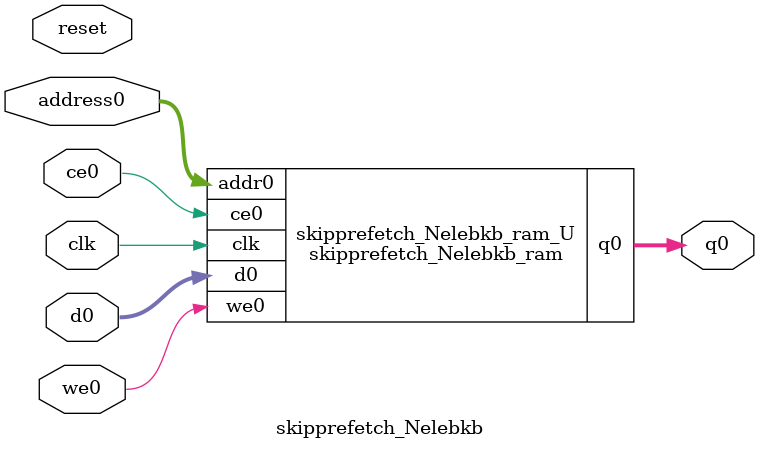
<source format=v>

`timescale 1 ns / 1 ps
module skipprefetch_Nelebkb_ram (addr0, ce0, d0, we0, q0,  clk);

parameter DWIDTH = 32;
parameter AWIDTH = 14;
parameter MEM_SIZE = 10000;

input[AWIDTH-1:0] addr0;
input ce0;
input[DWIDTH-1:0] d0;
input we0;
output reg[DWIDTH-1:0] q0;
input clk;

(* ram_style = "block" *)reg [DWIDTH-1:0] ram[0:MEM_SIZE-1];




always @(posedge clk)  
begin 
    if (ce0) 
    begin
        if (we0) 
        begin 
            ram[addr0] <= d0; 
            q0 <= d0;
        end 
        else 
            q0 <= ram[addr0];
    end
end


endmodule


`timescale 1 ns / 1 ps
module skipprefetch_Nelebkb(
    reset,
    clk,
    address0,
    ce0,
    we0,
    d0,
    q0);

parameter DataWidth = 32'd32;
parameter AddressRange = 32'd10000;
parameter AddressWidth = 32'd14;
input reset;
input clk;
input[AddressWidth - 1:0] address0;
input ce0;
input we0;
input[DataWidth - 1:0] d0;
output[DataWidth - 1:0] q0;



skipprefetch_Nelebkb_ram skipprefetch_Nelebkb_ram_U(
    .clk( clk ),
    .addr0( address0 ),
    .ce0( ce0 ),
    .d0( d0 ),
    .we0( we0 ),
    .q0( q0 ));

endmodule


</source>
